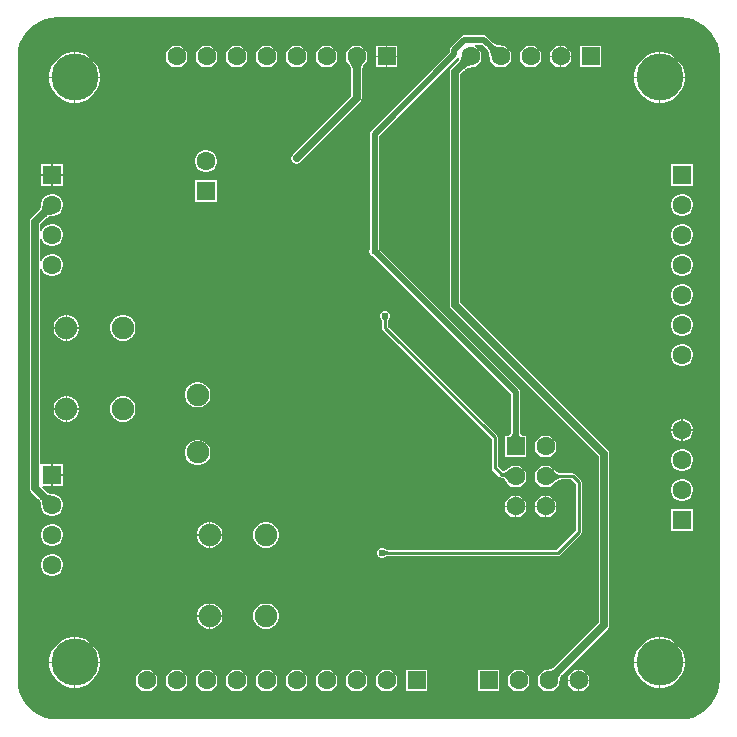
<source format=gbl>
G04*
G04 #@! TF.GenerationSoftware,Altium Limited,Altium Designer,21.6.1 (37)*
G04*
G04 Layer_Physical_Order=2*
G04 Layer_Color=16711680*
%FSTAX23Y23*%
%MOIN*%
G70*
G04*
G04 #@! TF.SameCoordinates,CC8BD2FC-D0AA-4785-96DD-124DC4C7110D*
G04*
G04*
G04 #@! TF.FilePolarity,Positive*
G04*
G01*
G75*
%ADD16C,0.025*%
%ADD17C,0.010*%
%ADD41C,0.020*%
%ADD42R,0.063X0.063*%
%ADD43C,0.063*%
%ADD44C,0.075*%
%ADD45R,0.063X0.063*%
%ADD46C,0.157*%
%ADD47C,0.024*%
G36*
X0324Y03348D02*
X0326Y03344D01*
X03279Y03336D01*
X03296Y03325D01*
X03312Y03312D01*
X03325Y03296D01*
X03336Y03279D01*
X03344Y0326D01*
X03348Y0324D01*
X0335Y0322D01*
X0335Y0322D01*
Y0114D01*
X0335Y0114D01*
X03348Y0112D01*
X03344Y011D01*
X03336Y01081D01*
X03325Y01064D01*
X03312Y01048D01*
X03296Y01035D01*
X03279Y01024D01*
X0326Y01016D01*
X0324Y01012D01*
X0322Y0101D01*
X0322Y0101D01*
X01145D01*
X01145Y0101D01*
X0114Y0101D01*
X01135Y0101D01*
X0112Y01012D01*
X011Y01016D01*
X01081Y01024D01*
X01064Y01035D01*
X01048Y01048D01*
X01035Y01064D01*
X01024Y01081D01*
X01016Y011D01*
X01012Y0112D01*
X0101Y0114D01*
X0101Y0114D01*
Y0322D01*
X0101Y0322D01*
X01012Y0324D01*
X01016Y0326D01*
X01024Y03279D01*
X01035Y03296D01*
X01048Y03312D01*
X01064Y03325D01*
X01081Y03336D01*
X011Y03344D01*
X0112Y03348D01*
X0114Y0335D01*
X0114Y0335D01*
X0322D01*
X0322Y0335D01*
X0324Y03348D01*
D02*
G37*
%LPC*%
G36*
X02825Y03256D02*
X02822D01*
Y03223D01*
X02856D01*
Y03225D01*
X02854Y03234D01*
X02849Y03242D01*
X02842Y03249D01*
X02834Y03254D01*
X02825Y03256D01*
D02*
G37*
G36*
X02276D02*
X02243D01*
Y03223D01*
X02276D01*
Y03256D01*
D02*
G37*
G36*
X02818D02*
X02815D01*
X02806Y03254D01*
X02798Y03249D01*
X02791Y03242D01*
X02786Y03234D01*
X02784Y03225D01*
Y03223D01*
X02818D01*
Y03256D01*
D02*
G37*
G36*
X02237D02*
X02204D01*
Y03223D01*
X02237D01*
Y03256D01*
D02*
G37*
G36*
X02956D02*
X02884D01*
Y03184D01*
X02956D01*
Y03256D01*
D02*
G37*
G36*
X02856Y03217D02*
X02822D01*
Y03184D01*
X02825D01*
X02834Y03186D01*
X02842Y03191D01*
X02849Y03198D01*
X02854Y03206D01*
X02856Y03215D01*
Y03217D01*
D02*
G37*
G36*
X02818D02*
X02784D01*
Y03215D01*
X02786Y03206D01*
X02791Y03198D01*
X02798Y03191D01*
X02806Y03186D01*
X02815Y03184D01*
X02818D01*
Y03217D01*
D02*
G37*
G36*
X02725Y03256D02*
X02715D01*
X02706Y03254D01*
X02698Y03249D01*
X02691Y03242D01*
X02686Y03234D01*
X02684Y03225D01*
Y03215D01*
X02686Y03206D01*
X02691Y03198D01*
X02698Y03191D01*
X02706Y03186D01*
X02715Y03184D01*
X02725D01*
X02734Y03186D01*
X02742Y03191D01*
X02749Y03198D01*
X02754Y03206D01*
X02756Y03215D01*
Y03225D01*
X02754Y03234D01*
X02749Y03242D01*
X02742Y03249D01*
X02734Y03254D01*
X02725Y03256D01*
D02*
G37*
G36*
X02566Y0329D02*
X02497D01*
X02492Y03289D01*
X02487Y03285D01*
X02455Y03253D01*
X02451Y03248D01*
X0245Y03243D01*
Y03233D01*
X02189Y02972D01*
X02186Y02967D01*
X02185Y02961D01*
Y02577D01*
X02183Y02573D01*
Y02567D01*
X02186Y0256D01*
X0219Y02556D01*
X02194Y02554D01*
X02655Y02094D01*
Y01972D01*
X02655Y01972D01*
X02654Y01968D01*
X02654Y01965D01*
X02654Y01962D01*
X02653Y0196D01*
X02653Y01959D01*
X02652Y01958D01*
X02652Y01957D01*
X02651Y01957D01*
X02651Y01957D01*
X02649Y01957D01*
X02649Y01956D01*
X02634D01*
Y01884D01*
X02706D01*
Y01956D01*
X02691D01*
X02691Y01957D01*
X02689Y01957D01*
X02689Y01957D01*
X02688Y01957D01*
X02688Y01958D01*
X02687Y01959D01*
X02687Y0196D01*
X02686Y01962D01*
X02686Y01965D01*
X02686Y01968D01*
X02685Y01972D01*
X02685Y01972D01*
Y021D01*
X02684Y02106D01*
X02681Y02111D01*
X02216Y02576D01*
X02215Y02577D01*
Y02955D01*
X02476Y03215D01*
X0248Y03215D01*
X0248Y03215D01*
X02482Y03213D01*
X02482Y03211D01*
X02481Y03209D01*
X0248Y03207D01*
X02479Y03205D01*
X02477Y03203D01*
X02475Y03201D01*
X02473Y03199D01*
X02473Y03199D01*
X02455Y0318D01*
X02451Y03174D01*
X0245Y03167D01*
Y02393D01*
X02451Y02386D01*
X02455Y0238D01*
X02947Y01888D01*
Y01332D01*
X02801Y01187D01*
X02801Y01187D01*
X02799Y01185D01*
X02797Y01183D01*
X02795Y01181D01*
X02793Y0118D01*
X02791Y01179D01*
X02789Y01178D01*
X02787Y01178D01*
X02785Y01177D01*
X02783Y01177D01*
X0278Y01177D01*
X02779Y01176D01*
X02775D01*
X02766Y01174D01*
X02758Y01169D01*
X02751Y01162D01*
X02746Y01154D01*
X02744Y01145D01*
Y01135D01*
X02746Y01126D01*
X02751Y01118D01*
X02758Y01111D01*
X02766Y01106D01*
X02775Y01104D01*
X02785D01*
X02794Y01106D01*
X02802Y01111D01*
X02809Y01118D01*
X02814Y01126D01*
X02816Y01135D01*
Y01139D01*
X02817Y0114D01*
X02817Y01143D01*
X02817Y01145D01*
X02818Y01147D01*
X02818Y01149D01*
X02819Y01151D01*
X0282Y01153D01*
X02821Y01155D01*
X02823Y01157D01*
X02825Y01159D01*
X02827Y01161D01*
X02827Y01161D01*
X02978Y01312D01*
X02981Y01318D01*
X02983Y01325D01*
Y01895D01*
X02983Y01895D01*
X02981Y01902D01*
X02978Y01908D01*
X02978Y01908D01*
X02485Y024D01*
Y0316D01*
X02499Y03173D01*
X02499Y03173D01*
X02501Y03175D01*
X02503Y03177D01*
X02505Y03179D01*
X02507Y0318D01*
X02509Y03181D01*
X02511Y03182D01*
X02513Y03182D01*
X02515Y03183D01*
X02517Y03183D01*
X0252Y03183D01*
X02521Y03184D01*
X02525D01*
X02534Y03186D01*
X02542Y03191D01*
X02549Y03198D01*
X02554Y03206D01*
X02556Y03215D01*
Y03225D01*
X02554Y03234D01*
X02549Y03242D01*
X02542Y03249D01*
X02534Y03254D01*
X02533Y03254D01*
X02534Y03259D01*
X02559D01*
X02574Y03244D01*
X02574Y03244D01*
X02576Y03242D01*
X02578Y0324D01*
X02579Y03238D01*
X0258Y03236D01*
X02581Y03234D01*
X02582Y03231D01*
X02582Y03229D01*
X02583Y03226D01*
X02583Y03223D01*
X02583Y0322D01*
X02584Y03219D01*
Y03215D01*
X02586Y03206D01*
X02591Y03198D01*
X02598Y03191D01*
X02606Y03186D01*
X02615Y03184D01*
X02625D01*
X02634Y03186D01*
X02642Y03191D01*
X02649Y03198D01*
X02654Y03206D01*
X02656Y03215D01*
Y03225D01*
X02654Y03234D01*
X02649Y03242D01*
X02642Y03249D01*
X02634Y03254D01*
X02625Y03256D01*
X02621D01*
X0262Y03257D01*
X02617Y03257D01*
X02614Y03257D01*
X02611Y03258D01*
X02609Y03258D01*
X02606Y03259D01*
X02604Y0326D01*
X02602Y03261D01*
X026Y03262D01*
X02598Y03264D01*
X02596Y03266D01*
X02596Y03266D01*
X02576Y03285D01*
X02571Y03289D01*
X02566Y0329D01*
D02*
G37*
G36*
X02276Y03217D02*
X02243D01*
Y03184D01*
X02276D01*
Y03217D01*
D02*
G37*
G36*
X02237D02*
X02204D01*
Y03184D01*
X02237D01*
Y03217D01*
D02*
G37*
G36*
X02045Y03256D02*
X02035D01*
X02026Y03254D01*
X02018Y03249D01*
X02011Y03242D01*
X02006Y03234D01*
X02004Y03225D01*
Y03215D01*
X02006Y03206D01*
X02011Y03198D01*
X02018Y03191D01*
X02026Y03186D01*
X02035Y03184D01*
X02045D01*
X02054Y03186D01*
X02062Y03191D01*
X02069Y03198D01*
X02074Y03206D01*
X02076Y03215D01*
Y03225D01*
X02074Y03234D01*
X02069Y03242D01*
X02062Y03249D01*
X02054Y03254D01*
X02045Y03256D01*
D02*
G37*
G36*
X01945D02*
X01935D01*
X01926Y03254D01*
X01918Y03249D01*
X01911Y03242D01*
X01906Y03234D01*
X01904Y03225D01*
Y03215D01*
X01906Y03206D01*
X01911Y03198D01*
X01918Y03191D01*
X01926Y03186D01*
X01935Y03184D01*
X01945D01*
X01954Y03186D01*
X01962Y03191D01*
X01969Y03198D01*
X01974Y03206D01*
X01976Y03215D01*
Y03225D01*
X01974Y03234D01*
X01969Y03242D01*
X01962Y03249D01*
X01954Y03254D01*
X01945Y03256D01*
D02*
G37*
G36*
X01845D02*
X01835D01*
X01826Y03254D01*
X01818Y03249D01*
X01811Y03242D01*
X01806Y03234D01*
X01804Y03225D01*
Y03215D01*
X01806Y03206D01*
X01811Y03198D01*
X01818Y03191D01*
X01826Y03186D01*
X01835Y03184D01*
X01845D01*
X01854Y03186D01*
X01862Y03191D01*
X01869Y03198D01*
X01874Y03206D01*
X01876Y03215D01*
Y03225D01*
X01874Y03234D01*
X01869Y03242D01*
X01862Y03249D01*
X01854Y03254D01*
X01845Y03256D01*
D02*
G37*
G36*
X01745D02*
X01735D01*
X01726Y03254D01*
X01718Y03249D01*
X01711Y03242D01*
X01706Y03234D01*
X01704Y03225D01*
Y03215D01*
X01706Y03206D01*
X01711Y03198D01*
X01718Y03191D01*
X01726Y03186D01*
X01735Y03184D01*
X01745D01*
X01754Y03186D01*
X01762Y03191D01*
X01769Y03198D01*
X01774Y03206D01*
X01776Y03215D01*
Y03225D01*
X01774Y03234D01*
X01769Y03242D01*
X01762Y03249D01*
X01754Y03254D01*
X01745Y03256D01*
D02*
G37*
G36*
X01645D02*
X01635D01*
X01626Y03254D01*
X01618Y03249D01*
X01611Y03242D01*
X01606Y03234D01*
X01604Y03225D01*
Y03215D01*
X01606Y03206D01*
X01611Y03198D01*
X01618Y03191D01*
X01626Y03186D01*
X01635Y03184D01*
X01645D01*
X01654Y03186D01*
X01662Y03191D01*
X01669Y03198D01*
X01674Y03206D01*
X01676Y03215D01*
Y03225D01*
X01674Y03234D01*
X01669Y03242D01*
X01662Y03249D01*
X01654Y03254D01*
X01645Y03256D01*
D02*
G37*
G36*
X01545D02*
X01535D01*
X01526Y03254D01*
X01518Y03249D01*
X01511Y03242D01*
X01506Y03234D01*
X01504Y03225D01*
Y03215D01*
X01506Y03206D01*
X01511Y03198D01*
X01518Y03191D01*
X01526Y03186D01*
X01535Y03184D01*
X01545D01*
X01554Y03186D01*
X01562Y03191D01*
X01569Y03198D01*
X01574Y03206D01*
X01576Y03215D01*
Y03225D01*
X01574Y03234D01*
X01569Y03242D01*
X01562Y03249D01*
X01554Y03254D01*
X01545Y03256D01*
D02*
G37*
G36*
X03158Y03234D02*
X03152D01*
Y03152D01*
X03234D01*
Y03158D01*
X03231Y03174D01*
X03224Y0319D01*
X03215Y03203D01*
X03203Y03215D01*
X0319Y03224D01*
X03174Y03231D01*
X03158Y03234D01*
D02*
G37*
G36*
X03148D02*
X03142D01*
X03126Y03231D01*
X0311Y03224D01*
X03097Y03215D01*
X03085Y03203D01*
X03076Y0319D01*
X03069Y03174D01*
X03066Y03158D01*
Y03152D01*
X03148D01*
Y03234D01*
D02*
G37*
G36*
X01208D02*
X01202D01*
Y03152D01*
X01284D01*
Y03158D01*
X01281Y03174D01*
X01274Y0319D01*
X01265Y03203D01*
X01253Y03215D01*
X0124Y03224D01*
X01224Y03231D01*
X01208Y03234D01*
D02*
G37*
G36*
X01197D02*
X01192D01*
X01176Y03231D01*
X0116Y03224D01*
X01147Y03215D01*
X01135Y03203D01*
X01126Y0319D01*
X01119Y03174D01*
X01116Y03158D01*
Y03152D01*
X01197D01*
Y03234D01*
D02*
G37*
G36*
X03234Y03148D02*
X03152D01*
Y03066D01*
X03158D01*
X03174Y03069D01*
X0319Y03076D01*
X03203Y03085D01*
X03215Y03097D01*
X03224Y0311D01*
X03231Y03126D01*
X03234Y03142D01*
Y03148D01*
D02*
G37*
G36*
X03148D02*
X03066D01*
Y03142D01*
X03069Y03126D01*
X03076Y0311D01*
X03085Y03097D01*
X03097Y03085D01*
X0311Y03076D01*
X03126Y03069D01*
X03142Y03066D01*
X03148D01*
Y03148D01*
D02*
G37*
G36*
X01284D02*
X01202D01*
Y03066D01*
X01208D01*
X01224Y03069D01*
X0124Y03076D01*
X01253Y03085D01*
X01265Y03097D01*
X01274Y0311D01*
X01281Y03126D01*
X01284Y03142D01*
Y03148D01*
D02*
G37*
G36*
X01197D02*
X01116D01*
Y03142D01*
X01119Y03126D01*
X01126Y0311D01*
X01135Y03097D01*
X01147Y03085D01*
X0116Y03076D01*
X01176Y03069D01*
X01192Y03066D01*
X01197D01*
Y03148D01*
D02*
G37*
G36*
X02145Y03256D02*
X02135D01*
X02126Y03254D01*
X02118Y03249D01*
X02111Y03242D01*
X02106Y03234D01*
X02104Y03225D01*
Y03215D01*
X02106Y03206D01*
X02111Y03198D01*
X02114Y03195D01*
X02114Y03194D01*
X02116Y03192D01*
X02117Y0319D01*
X02118Y03189D01*
X02119Y03187D01*
X0212Y03185D01*
X02121Y03182D01*
X02121Y0318D01*
X02122Y03178D01*
X02122Y03175D01*
X02122Y03172D01*
X02122Y03172D01*
Y03087D01*
X01927Y02893D01*
X01924Y02887D01*
X01922Y0288D01*
X01924Y02873D01*
X01927Y02867D01*
X01933Y02864D01*
X0194Y02862D01*
X01947Y02864D01*
X01953Y02867D01*
X02153Y03067D01*
X02156Y03073D01*
X02158Y0308D01*
Y03172D01*
X02158Y03172D01*
X02158Y03175D01*
X02158Y03178D01*
X02159Y0318D01*
X02159Y03182D01*
X0216Y03185D01*
X02161Y03187D01*
X02162Y03189D01*
X02163Y0319D01*
X02164Y03192D01*
X02166Y03194D01*
X02166Y03195D01*
X02169Y03198D01*
X02174Y03206D01*
X02176Y03215D01*
Y03225D01*
X02174Y03234D01*
X02169Y03242D01*
X02162Y03249D01*
X02154Y03254D01*
X02145Y03256D01*
D02*
G37*
G36*
X01643Y02907D02*
X01633D01*
X01624Y02905D01*
X01616Y029D01*
X01609Y02893D01*
X01604Y02885D01*
X01602Y02876D01*
Y02866D01*
X01604Y02857D01*
X01609Y02849D01*
X01616Y02842D01*
X01624Y02837D01*
X01633Y02835D01*
X01643D01*
X01652Y02837D01*
X0166Y02842D01*
X01667Y02849D01*
X01672Y02857D01*
X01674Y02866D01*
Y02876D01*
X01672Y02885D01*
X01667Y02893D01*
X0166Y029D01*
X01652Y02905D01*
X01643Y02907D01*
D02*
G37*
G36*
X01161Y02861D02*
X01128D01*
Y02828D01*
X01161D01*
Y02861D01*
D02*
G37*
G36*
X01122D02*
X01089D01*
Y02828D01*
X01122D01*
Y02861D01*
D02*
G37*
G36*
X03261D02*
X03189D01*
Y02789D01*
X03261D01*
Y02861D01*
D02*
G37*
G36*
X01161Y02822D02*
X01128D01*
Y02789D01*
X01161D01*
Y02822D01*
D02*
G37*
G36*
X01122D02*
X01089D01*
Y02789D01*
X01122D01*
Y02822D01*
D02*
G37*
G36*
X01674Y02807D02*
X01602D01*
Y02735D01*
X01674D01*
Y02807D01*
D02*
G37*
G36*
X0323Y02761D02*
X0322D01*
X03211Y02759D01*
X03203Y02754D01*
X03196Y02747D01*
X03191Y02739D01*
X03189Y0273D01*
Y0272D01*
X03191Y02711D01*
X03196Y02703D01*
X03203Y02696D01*
X03211Y02691D01*
X0322Y02689D01*
X0323D01*
X03239Y02691D01*
X03247Y02696D01*
X03254Y02703D01*
X03259Y02711D01*
X03261Y0272D01*
Y0273D01*
X03259Y02739D01*
X03254Y02747D01*
X03247Y02754D01*
X03239Y02759D01*
X0323Y02761D01*
D02*
G37*
G36*
Y02661D02*
X0322D01*
X03211Y02659D01*
X03203Y02654D01*
X03196Y02647D01*
X03191Y02639D01*
X03189Y0263D01*
Y0262D01*
X03191Y02611D01*
X03196Y02603D01*
X03203Y02596D01*
X03211Y02591D01*
X0322Y02589D01*
X0323D01*
X03239Y02591D01*
X03247Y02596D01*
X03254Y02603D01*
X03259Y02611D01*
X03261Y0262D01*
Y0263D01*
X03259Y02639D01*
X03254Y02647D01*
X03247Y02654D01*
X03239Y02659D01*
X0323Y02661D01*
D02*
G37*
G36*
X0113Y02761D02*
X0112D01*
X01111Y02759D01*
X01103Y02754D01*
X01096Y02747D01*
X01091Y02739D01*
X01089Y0273D01*
Y02726D01*
X01088Y02725D01*
X01088Y02722D01*
X01088Y0272D01*
X01087Y02718D01*
X01087Y02716D01*
X01086Y02714D01*
X01085Y02712D01*
X01084Y0271D01*
X01082Y02708D01*
X0108Y02706D01*
X01078Y02704D01*
X01078Y02704D01*
X01055Y02681D01*
X01052Y02675D01*
X0105Y02668D01*
Y01782D01*
X01052Y01775D01*
X01055Y01769D01*
X01078Y01746D01*
X01078Y01746D01*
X0108Y01744D01*
X01082Y01742D01*
X01084Y0174D01*
X01085Y01738D01*
X01086Y01736D01*
X01087Y01734D01*
X01087Y01732D01*
X01088Y0173D01*
X01088Y01728D01*
X01088Y01725D01*
X01089Y01724D01*
Y0172D01*
X01091Y01711D01*
X01096Y01703D01*
X01103Y01696D01*
X01111Y01691D01*
X0112Y01689D01*
X0113D01*
X01139Y01691D01*
X01147Y01696D01*
X01154Y01703D01*
X01159Y01711D01*
X01161Y0172D01*
Y0173D01*
X01159Y01739D01*
X01154Y01747D01*
X01147Y01754D01*
X01139Y01759D01*
X0113Y01761D01*
X01126D01*
X01125Y01762D01*
X01122Y01762D01*
X0112Y01762D01*
X01118Y01763D01*
X01116Y01763D01*
X01114Y01764D01*
X01112Y01765D01*
X0111Y01766D01*
X01108Y01768D01*
X01106Y0177D01*
X01104Y01772D01*
X01104Y01772D01*
X01092Y01784D01*
X01094Y01789D01*
X01122D01*
Y01825D01*
Y01861D01*
X01091D01*
X01089Y01861D01*
X01086Y01865D01*
Y02511D01*
X01091Y02511D01*
X01091Y02511D01*
X01096Y02503D01*
X01103Y02496D01*
X01111Y02491D01*
X0112Y02489D01*
X0113D01*
X01139Y02491D01*
X01147Y02496D01*
X01154Y02503D01*
X01159Y02511D01*
X01161Y0252D01*
Y0253D01*
X01159Y02539D01*
X01154Y02547D01*
X01147Y02554D01*
X01139Y02559D01*
X0113Y02561D01*
X0112D01*
X01111Y02559D01*
X01103Y02554D01*
X01096Y02547D01*
X01091Y02539D01*
X01091Y02539D01*
X01086Y02539D01*
Y02611D01*
X01091Y02611D01*
X01091Y02611D01*
X01096Y02603D01*
X01103Y02596D01*
X01111Y02591D01*
X0112Y02589D01*
X0113D01*
X01139Y02591D01*
X01147Y02596D01*
X01154Y02603D01*
X01159Y02611D01*
X01161Y0262D01*
Y0263D01*
X01159Y02639D01*
X01154Y02647D01*
X01147Y02654D01*
X01139Y02659D01*
X0113Y02661D01*
X0112D01*
X01111Y02659D01*
X01103Y02654D01*
X01096Y02647D01*
X01091Y02639D01*
X01091Y02639D01*
X01086Y02639D01*
Y02661D01*
X01104Y02678D01*
X01104Y02678D01*
X01106Y0268D01*
X01108Y02682D01*
X0111Y02684D01*
X01112Y02685D01*
X01114Y02686D01*
X01116Y02687D01*
X01118Y02687D01*
X0112Y02688D01*
X01122Y02688D01*
X01125Y02688D01*
X01126Y02689D01*
X0113D01*
X01139Y02691D01*
X01147Y02696D01*
X01154Y02703D01*
X01159Y02711D01*
X01161Y0272D01*
Y0273D01*
X01159Y02739D01*
X01154Y02747D01*
X01147Y02754D01*
X01139Y02759D01*
X0113Y02761D01*
D02*
G37*
G36*
X0323Y02561D02*
X0322D01*
X03211Y02559D01*
X03203Y02554D01*
X03196Y02547D01*
X03191Y02539D01*
X03189Y0253D01*
Y0252D01*
X03191Y02511D01*
X03196Y02503D01*
X03203Y02496D01*
X03211Y02491D01*
X0322Y02489D01*
X0323D01*
X03239Y02491D01*
X03247Y02496D01*
X03254Y02503D01*
X03259Y02511D01*
X03261Y0252D01*
Y0253D01*
X03259Y02539D01*
X03254Y02547D01*
X03247Y02554D01*
X03239Y02559D01*
X0323Y02561D01*
D02*
G37*
G36*
Y02461D02*
X0322D01*
X03211Y02459D01*
X03203Y02454D01*
X03196Y02447D01*
X03191Y02439D01*
X03189Y0243D01*
Y0242D01*
X03191Y02411D01*
X03196Y02403D01*
X03203Y02396D01*
X03211Y02391D01*
X0322Y02389D01*
X0323D01*
X03239Y02391D01*
X03247Y02396D01*
X03254Y02403D01*
X03259Y02411D01*
X03261Y0242D01*
Y0243D01*
X03259Y02439D01*
X03254Y02447D01*
X03247Y02454D01*
X03239Y02459D01*
X0323Y02461D01*
D02*
G37*
G36*
X01179Y02358D02*
X01176D01*
Y02318D01*
X01215D01*
Y02321D01*
X01213Y02332D01*
X01207Y02342D01*
X01199Y0235D01*
X01189Y02355D01*
X01179Y02358D01*
D02*
G37*
G36*
X01171D02*
X01167D01*
X01157Y02355D01*
X01147Y0235D01*
X01139Y02342D01*
X01133Y02332D01*
X0113Y02321D01*
Y02318D01*
X01171D01*
Y02358D01*
D02*
G37*
G36*
X0323Y02361D02*
X0322D01*
X03211Y02359D01*
X03203Y02354D01*
X03196Y02347D01*
X03191Y02339D01*
X03189Y0233D01*
Y0232D01*
X03191Y02311D01*
X03196Y02303D01*
X03203Y02296D01*
X03211Y02291D01*
X0322Y02289D01*
X0323D01*
X03239Y02291D01*
X03247Y02296D01*
X03254Y02303D01*
X03259Y02311D01*
X03261Y0232D01*
Y0233D01*
X03259Y02339D01*
X03254Y02347D01*
X03247Y02354D01*
X03239Y02359D01*
X0323Y02361D01*
D02*
G37*
G36*
X01367Y02358D02*
X01355D01*
X01345Y02355D01*
X01335Y0235D01*
X01327Y02342D01*
X01321Y02332D01*
X01319Y02321D01*
Y0231D01*
X01321Y02299D01*
X01327Y02289D01*
X01335Y02281D01*
X01345Y02276D01*
X01355Y02273D01*
X01367D01*
X01377Y02276D01*
X01387Y02281D01*
X01395Y02289D01*
X01401Y02299D01*
X01403Y0231D01*
Y02321D01*
X01401Y02332D01*
X01395Y02342D01*
X01387Y0235D01*
X01377Y02355D01*
X01367Y02358D01*
D02*
G37*
G36*
X01215Y02313D02*
X01176D01*
Y02273D01*
X01179D01*
X01189Y02276D01*
X01199Y02281D01*
X01207Y02289D01*
X01213Y02299D01*
X01215Y0231D01*
Y02313D01*
D02*
G37*
G36*
X01171D02*
X0113D01*
Y0231D01*
X01133Y02299D01*
X01139Y02289D01*
X01147Y02281D01*
X01157Y02276D01*
X01167Y02273D01*
X01171D01*
Y02313D01*
D02*
G37*
G36*
X0323Y02261D02*
X0322D01*
X03211Y02259D01*
X03203Y02254D01*
X03196Y02247D01*
X03191Y02239D01*
X03189Y0223D01*
Y0222D01*
X03191Y02211D01*
X03196Y02203D01*
X03203Y02196D01*
X03211Y02191D01*
X0322Y02189D01*
X0323D01*
X03239Y02191D01*
X03247Y02196D01*
X03254Y02203D01*
X03259Y02211D01*
X03261Y0222D01*
Y0223D01*
X03259Y02239D01*
X03254Y02247D01*
X03247Y02254D01*
X03239Y02259D01*
X0323Y02261D01*
D02*
G37*
G36*
X01616Y02135D02*
X01604D01*
X01594Y02132D01*
X01584Y02126D01*
X01576Y02119D01*
X0157Y02109D01*
X01567Y02098D01*
Y02087D01*
X0157Y02076D01*
X01576Y02066D01*
X01584Y02058D01*
X01594Y02053D01*
X01604Y0205D01*
X01616D01*
X01626Y02053D01*
X01636Y02058D01*
X01644Y02066D01*
X0165Y02076D01*
X01653Y02087D01*
Y02098D01*
X0165Y02109D01*
X01644Y02119D01*
X01636Y02126D01*
X01626Y02132D01*
X01616Y02135D01*
D02*
G37*
G36*
X01179Y02087D02*
X01176D01*
Y02047D01*
X01215D01*
Y0205D01*
X01213Y02061D01*
X01207Y02071D01*
X01199Y02079D01*
X01189Y02084D01*
X01179Y02087D01*
D02*
G37*
G36*
X01171D02*
X01167D01*
X01157Y02084D01*
X01147Y02079D01*
X01139Y02071D01*
X01133Y02061D01*
X0113Y0205D01*
Y02047D01*
X01171D01*
Y02087D01*
D02*
G37*
G36*
X01367D02*
X01355D01*
X01345Y02084D01*
X01335Y02079D01*
X01327Y02071D01*
X01321Y02061D01*
X01319Y0205D01*
Y02039D01*
X01321Y02028D01*
X01327Y02018D01*
X01335Y0201D01*
X01345Y02005D01*
X01355Y02002D01*
X01367D01*
X01377Y02005D01*
X01387Y0201D01*
X01395Y02018D01*
X01401Y02028D01*
X01403Y02039D01*
Y0205D01*
X01401Y02061D01*
X01395Y02071D01*
X01387Y02079D01*
X01377Y02084D01*
X01367Y02087D01*
D02*
G37*
G36*
X01215Y02042D02*
X01176D01*
Y02002D01*
X01179D01*
X01189Y02005D01*
X01199Y0201D01*
X01207Y02018D01*
X01213Y02028D01*
X01215Y02039D01*
Y02042D01*
D02*
G37*
G36*
X01171D02*
X0113D01*
Y02039D01*
X01133Y02028D01*
X01139Y02018D01*
X01147Y0201D01*
X01157Y02005D01*
X01167Y02002D01*
X01171D01*
Y02042D01*
D02*
G37*
G36*
X0323Y02011D02*
X03227D01*
Y01977D01*
X03261D01*
Y0198D01*
X03259Y01989D01*
X03254Y01997D01*
X03247Y02004D01*
X03239Y02009D01*
X0323Y02011D01*
D02*
G37*
G36*
X03223D02*
X0322D01*
X03211Y02009D01*
X03203Y02004D01*
X03196Y01997D01*
X03191Y01989D01*
X03189Y0198D01*
Y01977D01*
X03223D01*
Y02011D01*
D02*
G37*
G36*
X03261Y01972D02*
X03227D01*
Y01939D01*
X0323D01*
X03239Y01941D01*
X03247Y01946D01*
X03254Y01953D01*
X03259Y01961D01*
X03261Y0197D01*
Y01972D01*
D02*
G37*
G36*
X03223D02*
X03189D01*
Y0197D01*
X03191Y01961D01*
X03196Y01953D01*
X03203Y01946D01*
X03211Y01941D01*
X0322Y01939D01*
X03223D01*
Y01972D01*
D02*
G37*
G36*
X02775Y01956D02*
X02765D01*
X02756Y01954D01*
X02748Y01949D01*
X02741Y01942D01*
X02736Y01934D01*
X02734Y01925D01*
Y01915D01*
X02736Y01906D01*
X02741Y01898D01*
X02748Y01891D01*
X02756Y01886D01*
X02765Y01884D01*
X02775D01*
X02784Y01886D01*
X02792Y01891D01*
X02799Y01898D01*
X02804Y01906D01*
X02806Y01915D01*
Y01925D01*
X02804Y01934D01*
X02799Y01942D01*
X02792Y01949D01*
X02784Y01954D01*
X02775Y01956D01*
D02*
G37*
G36*
X01616Y01942D02*
X01604D01*
X01594Y01939D01*
X01584Y01934D01*
X01576Y01926D01*
X0157Y01916D01*
X01567Y01905D01*
Y01894D01*
X0157Y01883D01*
X01576Y01873D01*
X01584Y01866D01*
X01594Y0186D01*
X01604Y01857D01*
X01616D01*
X01626Y0186D01*
X01636Y01866D01*
X01644Y01873D01*
X0165Y01883D01*
X01653Y01894D01*
Y01905D01*
X0165Y01916D01*
X01644Y01926D01*
X01636Y01934D01*
X01626Y01939D01*
X01616Y01942D01*
D02*
G37*
G36*
X0323Y01911D02*
X0322D01*
X03211Y01909D01*
X03203Y01904D01*
X03196Y01897D01*
X03191Y01889D01*
X03189Y0188D01*
Y0187D01*
X03191Y01861D01*
X03196Y01853D01*
X03203Y01846D01*
X03211Y01841D01*
X0322Y01839D01*
X0323D01*
X03239Y01841D01*
X03247Y01846D01*
X03254Y01853D01*
X03259Y01861D01*
X03261Y0187D01*
Y0188D01*
X03259Y01889D01*
X03254Y01897D01*
X03247Y01904D01*
X03239Y01909D01*
X0323Y01911D01*
D02*
G37*
G36*
X01128Y01861D02*
Y01827D01*
X01161D01*
Y01861D01*
X01128D01*
D02*
G37*
G36*
X01161Y01822D02*
X01128D01*
Y01789D01*
X01161D01*
Y01822D01*
D02*
G37*
G36*
X02238Y02372D02*
X02232D01*
X02225Y02369D01*
X02221Y02365D01*
X02218Y02358D01*
Y02352D01*
X02221Y02345D01*
X02222Y02344D01*
X02223Y02343D01*
X02223Y02342D01*
X02223Y02342D01*
X02224Y02342D01*
X02224Y02341D01*
X02224Y02341D01*
X02224Y0234D01*
X02224Y0234D01*
X02224Y02339D01*
X02225Y02338D01*
X02225Y02337D01*
X02225Y02337D01*
Y02315D01*
X02226Y02311D01*
X02228Y02308D01*
X0259Y01946D01*
Y0185D01*
X02591Y01846D01*
X02593Y01843D01*
X02616Y01819D01*
X0262Y01817D01*
X02622Y01817D01*
X02623Y01816D01*
X02625Y01816D01*
X02626Y01816D01*
X02628Y01815D01*
X02629Y01815D01*
X0263Y01814D01*
X02631Y01813D01*
X02633Y01811D01*
X02634Y0181D01*
X02635Y01808D01*
X02636Y01805D01*
X02637Y01805D01*
X02637Y01804D01*
X02637Y01804D01*
X02641Y01798D01*
X02648Y01791D01*
X02656Y01786D01*
X02665Y01784D01*
X02675D01*
X02684Y01786D01*
X02692Y01791D01*
X02699Y01798D01*
X02704Y01806D01*
X02706Y01815D01*
Y01825D01*
X02704Y01834D01*
X02699Y01842D01*
X02692Y01849D01*
X02684Y01854D01*
X02675Y01856D01*
X02665D01*
X02656Y01854D01*
X02648Y01849D01*
X02646Y01848D01*
X02646Y01848D01*
X02645Y01847D01*
X02645Y01847D01*
X02643Y01845D01*
X0264Y01843D01*
X02638Y01842D01*
X02636Y0184D01*
X02634Y01839D01*
X02632Y01838D01*
X0263Y01838D01*
X02628Y01837D01*
X02627Y01837D01*
X0261Y01854D01*
Y0195D01*
X02609Y01954D01*
X02607Y01957D01*
X02245Y02319D01*
Y02337D01*
X02245Y02337D01*
X02245Y02338D01*
X02246Y02339D01*
X02246Y0234D01*
X02246Y0234D01*
X02246Y02341D01*
X02246Y02341D01*
X02246Y02342D01*
X02247Y02342D01*
X02247Y02342D01*
X02247Y02343D01*
X02248Y02344D01*
X02249Y02345D01*
X02252Y02352D01*
Y02358D01*
X02249Y02365D01*
X02245Y02369D01*
X02238Y02372D01*
D02*
G37*
G36*
X0323Y01811D02*
X0322D01*
X03211Y01809D01*
X03203Y01804D01*
X03196Y01797D01*
X03191Y01789D01*
X03189Y0178D01*
Y0177D01*
X03191Y01761D01*
X03196Y01753D01*
X03203Y01746D01*
X03211Y01741D01*
X0322Y01739D01*
X0323D01*
X03239Y01741D01*
X03247Y01746D01*
X03254Y01753D01*
X03259Y01761D01*
X03261Y0177D01*
Y0178D01*
X03259Y01789D01*
X03254Y01797D01*
X03247Y01804D01*
X03239Y01809D01*
X0323Y01811D01*
D02*
G37*
G36*
X02775Y01756D02*
X02773D01*
Y01722D01*
X02806D01*
Y01725D01*
X02804Y01734D01*
X02799Y01742D01*
X02792Y01749D01*
X02784Y01754D01*
X02775Y01756D01*
D02*
G37*
G36*
X02675D02*
X02672D01*
Y01722D01*
X02706D01*
Y01725D01*
X02704Y01734D01*
X02699Y01742D01*
X02692Y01749D01*
X02684Y01754D01*
X02675Y01756D01*
D02*
G37*
G36*
X02767D02*
X02765D01*
X02756Y01754D01*
X02748Y01749D01*
X02741Y01742D01*
X02736Y01734D01*
X02734Y01725D01*
Y01722D01*
X02767D01*
Y01756D01*
D02*
G37*
G36*
X02668D02*
X02665D01*
X02656Y01754D01*
X02648Y01749D01*
X02641Y01742D01*
X02636Y01734D01*
X02634Y01725D01*
Y01722D01*
X02668D01*
Y01756D01*
D02*
G37*
G36*
X02806Y01717D02*
X02773D01*
Y01684D01*
X02775D01*
X02784Y01686D01*
X02792Y01691D01*
X02799Y01698D01*
X02804Y01706D01*
X02806Y01715D01*
Y01717D01*
D02*
G37*
G36*
X02767D02*
X02734D01*
Y01715D01*
X02736Y01706D01*
X02741Y01698D01*
X02748Y01691D01*
X02756Y01686D01*
X02765Y01684D01*
X02767D01*
Y01717D01*
D02*
G37*
G36*
X02706D02*
X02672D01*
Y01684D01*
X02675D01*
X02684Y01686D01*
X02692Y01691D01*
X02699Y01698D01*
X02704Y01706D01*
X02706Y01715D01*
Y01717D01*
D02*
G37*
G36*
X02668D02*
X02634D01*
Y01715D01*
X02636Y01706D01*
X02641Y01698D01*
X02648Y01691D01*
X02656Y01686D01*
X02665Y01684D01*
X02668D01*
Y01717D01*
D02*
G37*
G36*
X03261Y01711D02*
X03189D01*
Y01639D01*
X03261D01*
Y01711D01*
D02*
G37*
G36*
X01656Y01668D02*
X01653D01*
Y01628D01*
X01692D01*
Y01631D01*
X0169Y01641D01*
X01684Y01651D01*
X01676Y01659D01*
X01666Y01665D01*
X01656Y01668D01*
D02*
G37*
G36*
X01648D02*
X01644D01*
X01634Y01665D01*
X01624Y01659D01*
X01616Y01651D01*
X0161Y01641D01*
X01607Y01631D01*
Y01628D01*
X01648D01*
Y01668D01*
D02*
G37*
G36*
X0113Y01661D02*
X0112D01*
X01111Y01659D01*
X01103Y01654D01*
X01096Y01647D01*
X01091Y01639D01*
X01089Y0163D01*
Y0162D01*
X01091Y01611D01*
X01096Y01603D01*
X01103Y01596D01*
X01111Y01591D01*
X0112Y01589D01*
X0113D01*
X01139Y01591D01*
X01147Y01596D01*
X01154Y01603D01*
X01159Y01611D01*
X01161Y0162D01*
Y0163D01*
X01159Y01639D01*
X01154Y01647D01*
X01147Y01654D01*
X01139Y01659D01*
X0113Y01661D01*
D02*
G37*
G36*
X01844Y01668D02*
X01832D01*
X01822Y01665D01*
X01812Y01659D01*
X01804Y01651D01*
X01798Y01641D01*
X01796Y01631D01*
Y01619D01*
X01798Y01609D01*
X01804Y01599D01*
X01812Y01591D01*
X01822Y01585D01*
X01832Y01582D01*
X01844D01*
X01854Y01585D01*
X01864Y01591D01*
X01872Y01599D01*
X01878Y01609D01*
X0188Y01619D01*
Y01631D01*
X01878Y01641D01*
X01872Y01651D01*
X01864Y01659D01*
X01854Y01665D01*
X01844Y01668D01*
D02*
G37*
G36*
X01692Y01622D02*
X01653D01*
Y01582D01*
X01656D01*
X01666Y01585D01*
X01676Y01591D01*
X01684Y01599D01*
X0169Y01609D01*
X01692Y01619D01*
Y01622D01*
D02*
G37*
G36*
X01648D02*
X01607D01*
Y01619D01*
X0161Y01609D01*
X01616Y01599D01*
X01624Y01591D01*
X01634Y01585D01*
X01644Y01582D01*
X01648D01*
Y01622D01*
D02*
G37*
G36*
X02775Y01856D02*
X02765D01*
X02756Y01854D01*
X02748Y01849D01*
X02741Y01842D01*
X02736Y01834D01*
X02734Y01825D01*
Y01815D01*
X02736Y01806D01*
X02741Y01798D01*
X02748Y01791D01*
X02756Y01786D01*
X02765Y01784D01*
X02775D01*
X02784Y01786D01*
X02792Y01791D01*
X02795Y01794D01*
X02796Y01794D01*
X02799Y01797D01*
X02805Y01802D01*
X02808Y01804D01*
X02811Y01806D01*
X02813Y01807D01*
X02815Y01808D01*
X02817Y01809D01*
X02819Y01809D01*
X0282Y0181D01*
X02821Y0181D01*
X02856D01*
X0287Y01796D01*
Y01639D01*
X02806Y01575D01*
X02244D01*
X02244Y01575D01*
X02243Y01575D01*
X02242Y01576D01*
X02241Y01576D01*
X02241Y01576D01*
X0224Y01576D01*
X0224Y01576D01*
X02239Y01576D01*
X02239Y01577D01*
X02239Y01577D01*
X02238Y01577D01*
X02237Y01578D01*
X02236Y01579D01*
X02229Y01582D01*
X02223D01*
X02216Y01579D01*
X02212Y01575D01*
X02209Y01568D01*
Y01562D01*
X02212Y01555D01*
X02216Y01551D01*
X02223Y01548D01*
X02229D01*
X02236Y01551D01*
X02237Y01552D01*
X02238Y01553D01*
X02239Y01553D01*
X02239Y01553D01*
X02239Y01554D01*
X0224Y01554D01*
X0224Y01554D01*
X02241Y01554D01*
X02241Y01554D01*
X02242Y01554D01*
X02243Y01555D01*
X02244Y01555D01*
X02244Y01555D01*
X0281D01*
X02814Y01556D01*
X02817Y01558D01*
X02887Y01628D01*
X02889Y01631D01*
X0289Y01635D01*
Y018D01*
X02889Y01804D01*
X02887Y01807D01*
X02867Y01827D01*
X02864Y01829D01*
X0286Y0183D01*
X02821D01*
X0282Y0183D01*
X02819Y01831D01*
X02817Y01831D01*
X02815Y01832D01*
X02813Y01833D01*
X02811Y01834D01*
X02808Y01836D01*
X02805Y01838D01*
X02799Y01843D01*
X02796Y01846D01*
X02795Y01846D01*
X02792Y01849D01*
X02784Y01854D01*
X02775Y01856D01*
D02*
G37*
G36*
X0113Y01561D02*
X0112D01*
X01111Y01559D01*
X01103Y01554D01*
X01096Y01547D01*
X01091Y01539D01*
X01089Y0153D01*
Y0152D01*
X01091Y01511D01*
X01096Y01503D01*
X01103Y01496D01*
X01111Y01491D01*
X0112Y01489D01*
X0113D01*
X01139Y01491D01*
X01147Y01496D01*
X01154Y01503D01*
X01159Y01511D01*
X01161Y0152D01*
Y0153D01*
X01159Y01539D01*
X01154Y01547D01*
X01147Y01554D01*
X01139Y01559D01*
X0113Y01561D01*
D02*
G37*
G36*
X01656Y01396D02*
X01653D01*
Y01357D01*
X01692D01*
Y0136D01*
X0169Y0137D01*
X01684Y0138D01*
X01676Y01388D01*
X01666Y01394D01*
X01656Y01396D01*
D02*
G37*
G36*
X01648D02*
X01644D01*
X01634Y01394D01*
X01624Y01388D01*
X01616Y0138D01*
X0161Y0137D01*
X01607Y0136D01*
Y01357D01*
X01648D01*
Y01396D01*
D02*
G37*
G36*
X01844D02*
X01832D01*
X01822Y01394D01*
X01812Y01388D01*
X01804Y0138D01*
X01798Y0137D01*
X01796Y0136D01*
Y01348D01*
X01798Y01338D01*
X01804Y01328D01*
X01812Y0132D01*
X01822Y01314D01*
X01832Y01311D01*
X01844D01*
X01854Y01314D01*
X01864Y0132D01*
X01872Y01328D01*
X01878Y01338D01*
X0188Y01348D01*
Y0136D01*
X01878Y0137D01*
X01872Y0138D01*
X01864Y01388D01*
X01854Y01394D01*
X01844Y01396D01*
D02*
G37*
G36*
X01692Y01352D02*
X01653D01*
Y01311D01*
X01656D01*
X01666Y01314D01*
X01676Y0132D01*
X01684Y01328D01*
X0169Y01338D01*
X01692Y01348D01*
Y01352D01*
D02*
G37*
G36*
X01648D02*
X01607D01*
Y01348D01*
X0161Y01338D01*
X01616Y01328D01*
X01624Y0132D01*
X01634Y01314D01*
X01644Y01311D01*
X01648D01*
Y01352D01*
D02*
G37*
G36*
X03158Y01284D02*
X03152D01*
Y01202D01*
X03234D01*
Y01208D01*
X03231Y01224D01*
X03224Y0124D01*
X03215Y01253D01*
X03203Y01265D01*
X0319Y01274D01*
X03174Y01281D01*
X03158Y01284D01*
D02*
G37*
G36*
X03148D02*
X03142D01*
X03126Y01281D01*
X0311Y01274D01*
X03097Y01265D01*
X03085Y01253D01*
X03076Y0124D01*
X03069Y01224D01*
X03066Y01208D01*
Y01202D01*
X03148D01*
Y01284D01*
D02*
G37*
G36*
X01208D02*
X01202D01*
Y01202D01*
X01284D01*
Y01208D01*
X01281Y01224D01*
X01274Y0124D01*
X01265Y01253D01*
X01253Y01265D01*
X0124Y01274D01*
X01224Y01281D01*
X01208Y01284D01*
D02*
G37*
G36*
X01197D02*
X01192D01*
X01176Y01281D01*
X0116Y01274D01*
X01147Y01265D01*
X01135Y01253D01*
X01126Y0124D01*
X01119Y01224D01*
X01116Y01208D01*
Y01202D01*
X01197D01*
Y01284D01*
D02*
G37*
G36*
X02885Y01176D02*
X02882D01*
Y01143D01*
X02916D01*
Y01145D01*
X02914Y01154D01*
X02909Y01162D01*
X02902Y01169D01*
X02894Y01174D01*
X02885Y01176D01*
D02*
G37*
G36*
X02878D02*
X02875D01*
X02866Y01174D01*
X02858Y01169D01*
X02851Y01162D01*
X02846Y01154D01*
X02844Y01145D01*
Y01143D01*
X02878D01*
Y01176D01*
D02*
G37*
G36*
X03234Y01197D02*
X03152D01*
Y01116D01*
X03158D01*
X03174Y01119D01*
X0319Y01126D01*
X03203Y01135D01*
X03215Y01147D01*
X03224Y0116D01*
X03231Y01176D01*
X03234Y01192D01*
Y01197D01*
D02*
G37*
G36*
X03148D02*
X03066D01*
Y01192D01*
X03069Y01176D01*
X03076Y0116D01*
X03085Y01147D01*
X03097Y01135D01*
X0311Y01126D01*
X03126Y01119D01*
X03142Y01116D01*
X03148D01*
Y01197D01*
D02*
G37*
G36*
X01284D02*
X01202D01*
Y01116D01*
X01208D01*
X01224Y01119D01*
X0124Y01126D01*
X01253Y01135D01*
X01265Y01147D01*
X01274Y0116D01*
X01281Y01176D01*
X01284Y01192D01*
Y01197D01*
D02*
G37*
G36*
X01197D02*
X01116D01*
Y01192D01*
X01119Y01176D01*
X01126Y0116D01*
X01135Y01147D01*
X01147Y01135D01*
X0116Y01126D01*
X01176Y01119D01*
X01192Y01116D01*
X01197D01*
Y01197D01*
D02*
G37*
G36*
X02916Y01138D02*
X02882D01*
Y01104D01*
X02885D01*
X02894Y01106D01*
X02902Y01111D01*
X02909Y01118D01*
X02914Y01126D01*
X02916Y01135D01*
Y01138D01*
D02*
G37*
G36*
X02878D02*
X02844D01*
Y01135D01*
X02846Y01126D01*
X02851Y01118D01*
X02858Y01111D01*
X02866Y01106D01*
X02875Y01104D01*
X02878D01*
Y01138D01*
D02*
G37*
G36*
X02685Y01176D02*
X02675D01*
X02666Y01174D01*
X02658Y01169D01*
X02651Y01162D01*
X02646Y01154D01*
X02644Y01145D01*
Y01135D01*
X02646Y01126D01*
X02651Y01118D01*
X02658Y01111D01*
X02666Y01106D01*
X02675Y01104D01*
X02685D01*
X02694Y01106D01*
X02702Y01111D01*
X02709Y01118D01*
X02714Y01126D01*
X02716Y01135D01*
Y01145D01*
X02714Y01154D01*
X02709Y01162D01*
X02702Y01169D01*
X02694Y01174D01*
X02685Y01176D01*
D02*
G37*
G36*
X02616D02*
X02544D01*
Y01104D01*
X02616D01*
Y01176D01*
D02*
G37*
G36*
X02376D02*
X02304D01*
Y01104D01*
X02376D01*
Y01176D01*
D02*
G37*
G36*
X02245D02*
X02235D01*
X02226Y01174D01*
X02218Y01169D01*
X02211Y01162D01*
X02206Y01154D01*
X02204Y01145D01*
Y01135D01*
X02206Y01126D01*
X02211Y01118D01*
X02218Y01111D01*
X02226Y01106D01*
X02235Y01104D01*
X02245D01*
X02254Y01106D01*
X02262Y01111D01*
X02269Y01118D01*
X02274Y01126D01*
X02276Y01135D01*
Y01145D01*
X02274Y01154D01*
X02269Y01162D01*
X02262Y01169D01*
X02254Y01174D01*
X02245Y01176D01*
D02*
G37*
G36*
X02145D02*
X02135D01*
X02126Y01174D01*
X02118Y01169D01*
X02111Y01162D01*
X02106Y01154D01*
X02104Y01145D01*
Y01135D01*
X02106Y01126D01*
X02111Y01118D01*
X02118Y01111D01*
X02126Y01106D01*
X02135Y01104D01*
X02145D01*
X02154Y01106D01*
X02162Y01111D01*
X02169Y01118D01*
X02174Y01126D01*
X02176Y01135D01*
Y01145D01*
X02174Y01154D01*
X02169Y01162D01*
X02162Y01169D01*
X02154Y01174D01*
X02145Y01176D01*
D02*
G37*
G36*
X02045D02*
X02035D01*
X02026Y01174D01*
X02018Y01169D01*
X02011Y01162D01*
X02006Y01154D01*
X02004Y01145D01*
Y01135D01*
X02006Y01126D01*
X02011Y01118D01*
X02018Y01111D01*
X02026Y01106D01*
X02035Y01104D01*
X02045D01*
X02054Y01106D01*
X02062Y01111D01*
X02069Y01118D01*
X02074Y01126D01*
X02076Y01135D01*
Y01145D01*
X02074Y01154D01*
X02069Y01162D01*
X02062Y01169D01*
X02054Y01174D01*
X02045Y01176D01*
D02*
G37*
G36*
X01945D02*
X01935D01*
X01926Y01174D01*
X01918Y01169D01*
X01911Y01162D01*
X01906Y01154D01*
X01904Y01145D01*
Y01135D01*
X01906Y01126D01*
X01911Y01118D01*
X01918Y01111D01*
X01926Y01106D01*
X01935Y01104D01*
X01945D01*
X01954Y01106D01*
X01962Y01111D01*
X01969Y01118D01*
X01974Y01126D01*
X01976Y01135D01*
Y01145D01*
X01974Y01154D01*
X01969Y01162D01*
X01962Y01169D01*
X01954Y01174D01*
X01945Y01176D01*
D02*
G37*
G36*
X01845D02*
X01835D01*
X01826Y01174D01*
X01818Y01169D01*
X01811Y01162D01*
X01806Y01154D01*
X01804Y01145D01*
Y01135D01*
X01806Y01126D01*
X01811Y01118D01*
X01818Y01111D01*
X01826Y01106D01*
X01835Y01104D01*
X01845D01*
X01854Y01106D01*
X01862Y01111D01*
X01869Y01118D01*
X01874Y01126D01*
X01876Y01135D01*
Y01145D01*
X01874Y01154D01*
X01869Y01162D01*
X01862Y01169D01*
X01854Y01174D01*
X01845Y01176D01*
D02*
G37*
G36*
X01745D02*
X01735D01*
X01726Y01174D01*
X01718Y01169D01*
X01711Y01162D01*
X01706Y01154D01*
X01704Y01145D01*
Y01135D01*
X01706Y01126D01*
X01711Y01118D01*
X01718Y01111D01*
X01726Y01106D01*
X01735Y01104D01*
X01745D01*
X01754Y01106D01*
X01762Y01111D01*
X01769Y01118D01*
X01774Y01126D01*
X01776Y01135D01*
Y01145D01*
X01774Y01154D01*
X01769Y01162D01*
X01762Y01169D01*
X01754Y01174D01*
X01745Y01176D01*
D02*
G37*
G36*
X01645D02*
X01635D01*
X01626Y01174D01*
X01618Y01169D01*
X01611Y01162D01*
X01606Y01154D01*
X01604Y01145D01*
Y01135D01*
X01606Y01126D01*
X01611Y01118D01*
X01618Y01111D01*
X01626Y01106D01*
X01635Y01104D01*
X01645D01*
X01654Y01106D01*
X01662Y01111D01*
X01669Y01118D01*
X01674Y01126D01*
X01676Y01135D01*
Y01145D01*
X01674Y01154D01*
X01669Y01162D01*
X01662Y01169D01*
X01654Y01174D01*
X01645Y01176D01*
D02*
G37*
G36*
X01545D02*
X01535D01*
X01526Y01174D01*
X01518Y01169D01*
X01511Y01162D01*
X01506Y01154D01*
X01504Y01145D01*
Y01135D01*
X01506Y01126D01*
X01511Y01118D01*
X01518Y01111D01*
X01526Y01106D01*
X01535Y01104D01*
X01545D01*
X01554Y01106D01*
X01562Y01111D01*
X01569Y01118D01*
X01574Y01126D01*
X01576Y01135D01*
Y01145D01*
X01574Y01154D01*
X01569Y01162D01*
X01562Y01169D01*
X01554Y01174D01*
X01545Y01176D01*
D02*
G37*
G36*
X01445D02*
X01435D01*
X01426Y01174D01*
X01418Y01169D01*
X01411Y01162D01*
X01406Y01154D01*
X01404Y01145D01*
Y01135D01*
X01406Y01126D01*
X01411Y01118D01*
X01418Y01111D01*
X01426Y01106D01*
X01435Y01104D01*
X01445D01*
X01454Y01106D01*
X01462Y01111D01*
X01469Y01118D01*
X01474Y01126D01*
X01476Y01135D01*
Y01145D01*
X01474Y01154D01*
X01469Y01162D01*
X01462Y01169D01*
X01454Y01174D01*
X01445Y01176D01*
D02*
G37*
%LPD*%
G36*
X02595Y0326D02*
X02597Y03258D01*
X02599Y03256D01*
X02602Y03255D01*
X02604Y03254D01*
X02607Y03253D01*
X0261Y03252D01*
X02613Y03252D01*
X02616Y03252D01*
X0262Y03251D01*
X02589Y0322D01*
X02588Y03224D01*
X02588Y03227D01*
X02588Y0323D01*
X02587Y03233D01*
X02586Y03236D01*
X02585Y03238D01*
X02584Y03241D01*
X02582Y03243D01*
X0258Y03245D01*
X02578Y03247D01*
X02593Y03262D01*
X02595Y0326D01*
D02*
G37*
G36*
X0252Y03189D02*
X02517Y03188D01*
X02514Y03188D01*
X02512Y03188D01*
X02509Y03187D01*
X02507Y03186D01*
X02504Y03185D01*
X02502Y03183D01*
X025Y03181D01*
X02497Y03179D01*
X02495Y03177D01*
X02477Y03195D01*
X02479Y03197D01*
X02481Y032D01*
X02483Y03202D01*
X02485Y03204D01*
X02486Y03207D01*
X02487Y03209D01*
X02488Y03212D01*
X02488Y03214D01*
X02488Y03217D01*
X02489Y0322D01*
X0252Y03189D01*
D02*
G37*
G36*
X0268Y01968D02*
X0268Y01964D01*
X02681Y01961D01*
X02682Y01958D01*
X02682Y01956D01*
X02684Y01954D01*
X02685Y01953D01*
X02686Y01952D01*
X02688Y01951D01*
X0269Y01951D01*
X0265D01*
X02652Y01951D01*
X02654Y01952D01*
X02655Y01953D01*
X02656Y01954D01*
X02658Y01956D01*
X02658Y01958D01*
X02659Y01961D01*
X0266Y01964D01*
X0266Y01968D01*
X0266Y01971D01*
X0268D01*
X0268Y01968D01*
D02*
G37*
G36*
X02823Y01165D02*
X02821Y01163D01*
X02819Y0116D01*
X02817Y01158D01*
X02815Y01156D01*
X02814Y01153D01*
X02813Y01151D01*
X02812Y01148D01*
X02812Y01146D01*
X02812Y01143D01*
X02811Y0114D01*
X0278Y01171D01*
X02783Y01172D01*
X02786Y01172D01*
X02788Y01172D01*
X02791Y01173D01*
X02793Y01174D01*
X02796Y01175D01*
X02798Y01177D01*
X028Y01179D01*
X02803Y01181D01*
X02805Y01183D01*
X02823Y01165D01*
D02*
G37*
G36*
X0216Y03196D02*
X02159Y03194D01*
X02157Y03191D01*
X02156Y03189D01*
X02155Y03187D01*
X02154Y03184D01*
X02153Y03181D01*
X02153Y03178D01*
X02153Y03175D01*
X02152Y03172D01*
X02128D01*
X02127Y03175D01*
X02127Y03178D01*
X02127Y03181D01*
X02126Y03184D01*
X02125Y03187D01*
X02124Y03189D01*
X02123Y03191D01*
X02121Y03194D01*
X0212Y03196D01*
X02118Y03198D01*
X02162D01*
X0216Y03196D01*
D02*
G37*
G36*
X01125Y02694D02*
X01122Y02693D01*
X01119Y02693D01*
X01117Y02693D01*
X01114Y02692D01*
X01112Y02691D01*
X01109Y0269D01*
X01107Y02688D01*
X01105Y02686D01*
X01102Y02684D01*
X011Y02682D01*
X01082Y027D01*
X01084Y02702D01*
X01086Y02705D01*
X01088Y02707D01*
X0109Y02709D01*
X01091Y02712D01*
X01092Y02714D01*
X01093Y02717D01*
X01093Y02719D01*
X01093Y02722D01*
X01094Y02725D01*
X01125Y02694D01*
D02*
G37*
G36*
X01102Y01766D02*
X01105Y01764D01*
X01107Y01762D01*
X01109Y0176D01*
X01112Y01759D01*
X01114Y01758D01*
X01117Y01757D01*
X01119Y01757D01*
X01122Y01757D01*
X01125Y01756D01*
X01094Y01725D01*
X01093Y01728D01*
X01093Y01731D01*
X01093Y01733D01*
X01092Y01736D01*
X01091Y01738D01*
X0109Y01741D01*
X01088Y01743D01*
X01086Y01745D01*
X01084Y01748D01*
X01082Y0175D01*
X011Y01768D01*
X01102Y01766D01*
D02*
G37*
G36*
X02243Y02346D02*
X02242Y02345D01*
X02242Y02344D01*
X02241Y02344D01*
X02241Y02343D01*
X02241Y02342D01*
X0224Y02341D01*
X0224Y0234D01*
X0224Y02338D01*
X0224Y02337D01*
X0223D01*
X0223Y02338D01*
X0223Y0234D01*
X0223Y02341D01*
X02229Y02342D01*
X02229Y02343D01*
X02229Y02344D01*
X02228Y02344D01*
X02228Y02345D01*
X02227Y02346D01*
X02227Y02347D01*
X02243D01*
X02243Y02346D01*
D02*
G37*
G36*
X02641Y01807D02*
X0264Y0181D01*
X02638Y01812D01*
X02637Y01815D01*
X02635Y01816D01*
X02634Y01818D01*
X02632Y01819D01*
X0263Y0182D01*
X02628Y01821D01*
X02626Y01821D01*
X02624Y01821D01*
Y01831D01*
X02626Y01832D01*
X02628Y01832D01*
X02631Y01833D01*
X02634Y01833D01*
X02636Y01834D01*
X02639Y01836D01*
X02641Y01837D01*
X02644Y01839D01*
X02646Y01841D01*
X02649Y01843D01*
X02641Y01807D01*
D02*
G37*
G36*
X02796Y01839D02*
X02802Y01833D01*
X02805Y01831D01*
X02808Y01829D01*
X0281Y01828D01*
X02813Y01827D01*
X02815Y01826D01*
X02818Y01825D01*
X0282Y01825D01*
Y01815D01*
X02818Y01815D01*
X02815Y01814D01*
X02813Y01813D01*
X0281Y01812D01*
X02808Y01811D01*
X02805Y01809D01*
X02802Y01807D01*
X02796Y01801D01*
X02792Y01798D01*
Y01842D01*
X02796Y01839D01*
D02*
G37*
G36*
X02235Y01573D02*
X02236Y01572D01*
X02237Y01572D01*
X02237Y01571D01*
X02238Y01571D01*
X02239Y01571D01*
X0224Y0157D01*
X02241Y0157D01*
X02243Y0157D01*
X02244Y0157D01*
Y0156D01*
X02243Y0156D01*
X02241Y0156D01*
X0224Y0156D01*
X02239Y01559D01*
X02238Y01559D01*
X02237Y01559D01*
X02237Y01558D01*
X02236Y01558D01*
X02235Y01557D01*
X02234Y01557D01*
Y01573D01*
X02235Y01573D01*
D02*
G37*
D16*
X01068Y01782D02*
X01125Y01725D01*
X01068Y02668D02*
X01125Y02725D01*
X01068Y01782D02*
Y02668D01*
X02467Y03167D02*
X0252Y0322D01*
X02467Y02393D02*
Y03167D01*
Y02393D02*
X02965Y01895D01*
Y01325D02*
Y01895D01*
X0194Y0288D02*
X0214Y0308D01*
Y0322D01*
X0278Y0114D02*
X02965Y01325D01*
D17*
X0222Y01565D02*
X0281D01*
X02235Y02315D02*
X026Y0195D01*
Y0185D02*
Y0195D01*
X02235Y02315D02*
Y02355D01*
X0277Y0182D02*
X0286D01*
X02624Y01826D02*
X02664D01*
X026Y0185D02*
X02624Y01826D01*
X02664D02*
X0267Y0182D01*
X0288Y01635D02*
Y018D01*
X0286Y0182D02*
X0288Y018D01*
X0281Y01565D02*
X0288Y01635D01*
D41*
X02497Y03274D02*
X02566D01*
X0262Y0322D01*
X02466Y03243D02*
X02497Y03274D01*
X02466Y03227D02*
Y03243D01*
X022Y0257D02*
Y02961D01*
X02466Y03227D01*
X022Y0257D02*
X0267Y021D01*
Y0192D02*
Y021D01*
D42*
X01638Y02771D02*
D03*
X01125Y01825D02*
D03*
Y02825D02*
D03*
X0267Y0192D02*
D03*
X03225Y02825D02*
D03*
Y01675D02*
D03*
D43*
X01638Y02871D02*
D03*
X0252Y0322D02*
D03*
X0262D02*
D03*
X0272D02*
D03*
X0282D02*
D03*
X01125Y01625D02*
D03*
Y01725D02*
D03*
Y01525D02*
D03*
Y02525D02*
D03*
Y02725D02*
D03*
Y02625D02*
D03*
X0277Y0192D02*
D03*
Y0182D02*
D03*
Y0172D02*
D03*
X0267Y0182D02*
D03*
Y0172D02*
D03*
X0174Y0322D02*
D03*
X0184D02*
D03*
X0194D02*
D03*
X0214D02*
D03*
X0204D02*
D03*
X0164D02*
D03*
X0154D02*
D03*
X0214Y0114D02*
D03*
X0144D02*
D03*
X0154D02*
D03*
X0164D02*
D03*
X0174D02*
D03*
X0184D02*
D03*
X0194D02*
D03*
X0204D02*
D03*
X0224D02*
D03*
X0288D02*
D03*
X0268D02*
D03*
X0278D02*
D03*
X03225Y02625D02*
D03*
Y02725D02*
D03*
Y02525D02*
D03*
Y02425D02*
D03*
Y02325D02*
D03*
Y02225D02*
D03*
Y01975D02*
D03*
Y01775D02*
D03*
Y01875D02*
D03*
D44*
X01361Y02045D02*
D03*
X01173Y02316D02*
D03*
X01361D02*
D03*
X01173Y02045D02*
D03*
X0165Y01625D02*
D03*
X01838Y01354D02*
D03*
X0165D02*
D03*
X01838Y01625D02*
D03*
X0161Y019D02*
D03*
Y02092D02*
D03*
D45*
X0292Y0322D02*
D03*
X0224D02*
D03*
X0234Y0114D02*
D03*
X0258D02*
D03*
D46*
X012Y012D02*
D03*
X0315D02*
D03*
Y0315D02*
D03*
X012D02*
D03*
D47*
X0194Y0288D02*
D03*
X02226Y01565D02*
D03*
X02467Y02713D02*
D03*
X0256Y0215D02*
D03*
X022Y0257D02*
D03*
X02235Y02355D02*
D03*
M02*

</source>
